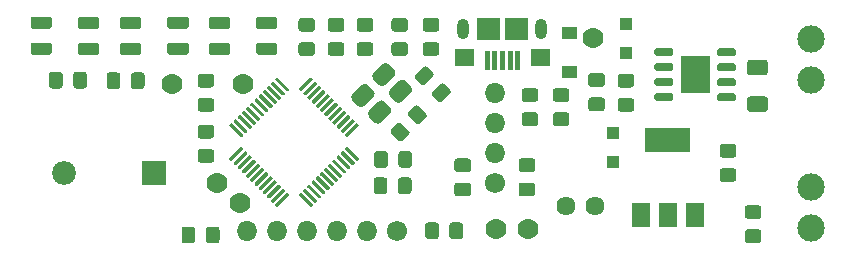
<source format=gts>
%TF.GenerationSoftware,KiCad,Pcbnew,(5.1.9)-1*%
%TF.CreationDate,2021-05-22T10:51:53+02:00*%
%TF.ProjectId,SPD_DC_MotorHBridge,5350445f-4443-45f4-9d6f-746f72484272,rev?*%
%TF.SameCoordinates,Original*%
%TF.FileFunction,Soldermask,Top*%
%TF.FilePolarity,Negative*%
%FSLAX46Y46*%
G04 Gerber Fmt 4.6, Leading zero omitted, Abs format (unit mm)*
G04 Created by KiCad (PCBNEW (5.1.9)-1) date 2021-05-22 10:51:53*
%MOMM*%
%LPD*%
G01*
G04 APERTURE LIST*
%ADD10C,2.318000*%
%ADD11O,1.718000X1.718000*%
%ADD12C,1.718000*%
%ADD13C,1.768000*%
%ADD14O,1.018000X1.718000*%
%ADD15C,1.618000*%
%ADD16C,2.018000*%
G04 APERTURE END LIST*
%TO.C,R2*%
G36*
G01*
X61154961Y-7114000D02*
X62416039Y-7114000D01*
G75*
G02*
X62669500Y-7367461I0J-253461D01*
G01*
X62669500Y-8178539D01*
G75*
G02*
X62416039Y-8432000I-253461J0D01*
G01*
X61154961Y-8432000D01*
G75*
G02*
X60901500Y-8178539I0J253461D01*
G01*
X60901500Y-7367461D01*
G75*
G02*
X61154961Y-7114000I253461J0D01*
G01*
G37*
G36*
G01*
X61154961Y-4014000D02*
X62416039Y-4014000D01*
G75*
G02*
X62669500Y-4267461I0J-253461D01*
G01*
X62669500Y-5078539D01*
G75*
G02*
X62416039Y-5332000I-253461J0D01*
G01*
X61154961Y-5332000D01*
G75*
G02*
X60901500Y-5078539I0J253461D01*
G01*
X60901500Y-4267461D01*
G75*
G02*
X61154961Y-4014000I253461J0D01*
G01*
G37*
%TD*%
%TO.C,U3*%
G36*
G01*
X55301000Y-6820500D02*
X55301000Y-3720500D01*
G75*
G02*
X55310000Y-3711500I9000J0D01*
G01*
X57720000Y-3711500D01*
G75*
G02*
X57729000Y-3720500I0J-9000D01*
G01*
X57729000Y-6820500D01*
G75*
G02*
X57720000Y-6829500I-9000J0D01*
G01*
X55310000Y-6829500D01*
G75*
G02*
X55301000Y-6820500I0J9000D01*
G01*
G37*
G36*
G01*
X58356000Y-3520000D02*
X58356000Y-3211000D01*
G75*
G02*
X58510500Y-3056500I154500J0D01*
G01*
X59819500Y-3056500D01*
G75*
G02*
X59974000Y-3211000I0J-154500D01*
G01*
X59974000Y-3520000D01*
G75*
G02*
X59819500Y-3674500I-154500J0D01*
G01*
X58510500Y-3674500D01*
G75*
G02*
X58356000Y-3520000I0J154500D01*
G01*
G37*
G36*
G01*
X58356000Y-4790000D02*
X58356000Y-4481000D01*
G75*
G02*
X58510500Y-4326500I154500J0D01*
G01*
X59819500Y-4326500D01*
G75*
G02*
X59974000Y-4481000I0J-154500D01*
G01*
X59974000Y-4790000D01*
G75*
G02*
X59819500Y-4944500I-154500J0D01*
G01*
X58510500Y-4944500D01*
G75*
G02*
X58356000Y-4790000I0J154500D01*
G01*
G37*
G36*
G01*
X58356000Y-6060000D02*
X58356000Y-5751000D01*
G75*
G02*
X58510500Y-5596500I154500J0D01*
G01*
X59819500Y-5596500D01*
G75*
G02*
X59974000Y-5751000I0J-154500D01*
G01*
X59974000Y-6060000D01*
G75*
G02*
X59819500Y-6214500I-154500J0D01*
G01*
X58510500Y-6214500D01*
G75*
G02*
X58356000Y-6060000I0J154500D01*
G01*
G37*
G36*
G01*
X58356000Y-7330000D02*
X58356000Y-7021000D01*
G75*
G02*
X58510500Y-6866500I154500J0D01*
G01*
X59819500Y-6866500D01*
G75*
G02*
X59974000Y-7021000I0J-154500D01*
G01*
X59974000Y-7330000D01*
G75*
G02*
X59819500Y-7484500I-154500J0D01*
G01*
X58510500Y-7484500D01*
G75*
G02*
X58356000Y-7330000I0J154500D01*
G01*
G37*
G36*
G01*
X53056000Y-7330000D02*
X53056000Y-7021000D01*
G75*
G02*
X53210500Y-6866500I154500J0D01*
G01*
X54519500Y-6866500D01*
G75*
G02*
X54674000Y-7021000I0J-154500D01*
G01*
X54674000Y-7330000D01*
G75*
G02*
X54519500Y-7484500I-154500J0D01*
G01*
X53210500Y-7484500D01*
G75*
G02*
X53056000Y-7330000I0J154500D01*
G01*
G37*
G36*
G01*
X53056000Y-6060000D02*
X53056000Y-5751000D01*
G75*
G02*
X53210500Y-5596500I154500J0D01*
G01*
X54519500Y-5596500D01*
G75*
G02*
X54674000Y-5751000I0J-154500D01*
G01*
X54674000Y-6060000D01*
G75*
G02*
X54519500Y-6214500I-154500J0D01*
G01*
X53210500Y-6214500D01*
G75*
G02*
X53056000Y-6060000I0J154500D01*
G01*
G37*
G36*
G01*
X53056000Y-4790000D02*
X53056000Y-4481000D01*
G75*
G02*
X53210500Y-4326500I154500J0D01*
G01*
X54519500Y-4326500D01*
G75*
G02*
X54674000Y-4481000I0J-154500D01*
G01*
X54674000Y-4790000D01*
G75*
G02*
X54519500Y-4944500I-154500J0D01*
G01*
X53210500Y-4944500D01*
G75*
G02*
X53056000Y-4790000I0J154500D01*
G01*
G37*
G36*
G01*
X53056000Y-3520000D02*
X53056000Y-3211000D01*
G75*
G02*
X53210500Y-3056500I154500J0D01*
G01*
X54519500Y-3056500D01*
G75*
G02*
X54674000Y-3211000I0J-154500D01*
G01*
X54674000Y-3520000D01*
G75*
G02*
X54519500Y-3674500I-154500J0D01*
G01*
X53210500Y-3674500D01*
G75*
G02*
X53056000Y-3520000I0J154500D01*
G01*
G37*
%TD*%
D10*
%TO.C,J1*%
X66294000Y-2215000D03*
X66294000Y-5715000D03*
%TD*%
%TO.C,Y1*%
G36*
G01*
X27988920Y-7928206D02*
X27487581Y-7426867D01*
G75*
G02*
X27487581Y-6925529I250669J250669D01*
G01*
X28271762Y-6141348D01*
G75*
G02*
X28773100Y-6141348I250669J-250669D01*
G01*
X29274439Y-6642687D01*
G75*
G02*
X29274439Y-7144025I-250669J-250669D01*
G01*
X28490258Y-7928206D01*
G75*
G02*
X27988920Y-7928206I-250669J250669D01*
G01*
G37*
G36*
G01*
X29756687Y-6160439D02*
X29255348Y-5659100D01*
G75*
G02*
X29255348Y-5157762I250669J250669D01*
G01*
X30039529Y-4373581D01*
G75*
G02*
X30540867Y-4373581I250669J-250669D01*
G01*
X31042206Y-4874920D01*
G75*
G02*
X31042206Y-5376258I-250669J-250669D01*
G01*
X30258025Y-6160439D01*
G75*
G02*
X29756687Y-6160439I-250669J250669D01*
G01*
G37*
G36*
G01*
X31170900Y-7574652D02*
X30669561Y-7073313D01*
G75*
G02*
X30669561Y-6571975I250669J250669D01*
G01*
X31453742Y-5787794D01*
G75*
G02*
X31955080Y-5787794I250669J-250669D01*
G01*
X32456419Y-6289133D01*
G75*
G02*
X32456419Y-6790471I-250669J-250669D01*
G01*
X31672238Y-7574652D01*
G75*
G02*
X31170900Y-7574652I-250669J250669D01*
G01*
G37*
G36*
G01*
X29403133Y-9342419D02*
X28901794Y-8841080D01*
G75*
G02*
X28901794Y-8339742I250669J250669D01*
G01*
X29685975Y-7555561D01*
G75*
G02*
X30187313Y-7555561I250669J-250669D01*
G01*
X30688652Y-8056900D01*
G75*
G02*
X30688652Y-8558238I-250669J-250669D01*
G01*
X29904471Y-9342419D01*
G75*
G02*
X29403133Y-9342419I-250669J250669D01*
G01*
G37*
%TD*%
D11*
%TO.C,J4*%
X18542000Y-18491200D03*
X21082000Y-18491200D03*
X23622000Y-18491200D03*
X26162000Y-18491200D03*
X28702000Y-18491200D03*
D12*
X31242000Y-18491200D03*
%TD*%
%TO.C,R12*%
G36*
G01*
X31951088Y-1641800D02*
X31040912Y-1641800D01*
G75*
G02*
X30787000Y-1387888I0J253912D01*
G01*
X30787000Y-727712D01*
G75*
G02*
X31040912Y-473800I253912J0D01*
G01*
X31951088Y-473800D01*
G75*
G02*
X32205000Y-727712I0J-253912D01*
G01*
X32205000Y-1387888D01*
G75*
G02*
X31951088Y-1641800I-253912J0D01*
G01*
G37*
G36*
G01*
X31951088Y-3691800D02*
X31040912Y-3691800D01*
G75*
G02*
X30787000Y-3437888I0J253912D01*
G01*
X30787000Y-2777712D01*
G75*
G02*
X31040912Y-2523800I253912J0D01*
G01*
X31951088Y-2523800D01*
G75*
G02*
X32205000Y-2777712I0J-253912D01*
G01*
X32205000Y-3437888D01*
G75*
G02*
X31951088Y-3691800I-253912J0D01*
G01*
G37*
%TD*%
%TO.C,D7*%
G36*
G01*
X34592688Y-1641800D02*
X33682512Y-1641800D01*
G75*
G02*
X33428600Y-1387888I0J253912D01*
G01*
X33428600Y-727712D01*
G75*
G02*
X33682512Y-473800I253912J0D01*
G01*
X34592688Y-473800D01*
G75*
G02*
X34846600Y-727712I0J-253912D01*
G01*
X34846600Y-1387888D01*
G75*
G02*
X34592688Y-1641800I-253912J0D01*
G01*
G37*
G36*
G01*
X34592688Y-3691800D02*
X33682512Y-3691800D01*
G75*
G02*
X33428600Y-3437888I0J253912D01*
G01*
X33428600Y-2777712D01*
G75*
G02*
X33682512Y-2523800I253912J0D01*
G01*
X34592688Y-2523800D01*
G75*
G02*
X34846600Y-2777712I0J-253912D01*
G01*
X34846600Y-3437888D01*
G75*
G02*
X34592688Y-3691800I-253912J0D01*
G01*
G37*
%TD*%
%TO.C,R15*%
G36*
G01*
X7839400Y-5336112D02*
X7839400Y-6246288D01*
G75*
G02*
X7585488Y-6500200I-253912J0D01*
G01*
X6925312Y-6500200D01*
G75*
G02*
X6671400Y-6246288I0J253912D01*
G01*
X6671400Y-5336112D01*
G75*
G02*
X6925312Y-5082200I253912J0D01*
G01*
X7585488Y-5082200D01*
G75*
G02*
X7839400Y-5336112I0J-253912D01*
G01*
G37*
G36*
G01*
X9889400Y-5336112D02*
X9889400Y-6246288D01*
G75*
G02*
X9635488Y-6500200I-253912J0D01*
G01*
X8975312Y-6500200D01*
G75*
G02*
X8721400Y-6246288I0J253912D01*
G01*
X8721400Y-5336112D01*
G75*
G02*
X8975312Y-5082200I253912J0D01*
G01*
X9635488Y-5082200D01*
G75*
G02*
X9889400Y-5336112I0J-253912D01*
G01*
G37*
%TD*%
%TO.C,D6*%
G36*
G01*
X3844600Y-6195488D02*
X3844600Y-5285312D01*
G75*
G02*
X4098512Y-5031400I253912J0D01*
G01*
X4758688Y-5031400D01*
G75*
G02*
X5012600Y-5285312I0J-253912D01*
G01*
X5012600Y-6195488D01*
G75*
G02*
X4758688Y-6449400I-253912J0D01*
G01*
X4098512Y-6449400D01*
G75*
G02*
X3844600Y-6195488I0J253912D01*
G01*
G37*
G36*
G01*
X1794600Y-6195488D02*
X1794600Y-5285312D01*
G75*
G02*
X2048512Y-5031400I253912J0D01*
G01*
X2708688Y-5031400D01*
G75*
G02*
X2962600Y-5285312I0J-253912D01*
G01*
X2962600Y-6195488D01*
G75*
G02*
X2708688Y-6449400I-253912J0D01*
G01*
X2048512Y-6449400D01*
G75*
G02*
X1794600Y-6195488I0J253912D01*
G01*
G37*
%TD*%
D13*
%TO.C,VM1*%
X12242800Y-6096000D03*
%TD*%
%TO.C,T1*%
X16052800Y-14427200D03*
%TD*%
%TO.C,T0*%
X17983200Y-16154400D03*
%TD*%
%TO.C,MP3*%
X42367200Y-18338800D03*
%TD*%
%TO.C,MP2*%
X39624000Y-18351500D03*
%TD*%
%TO.C,IM1*%
X18186400Y-6096000D03*
%TD*%
%TO.C,FB1*%
G36*
G01*
X23166912Y-2523800D02*
X24077088Y-2523800D01*
G75*
G02*
X24331000Y-2777712I0J-253912D01*
G01*
X24331000Y-3437888D01*
G75*
G02*
X24077088Y-3691800I-253912J0D01*
G01*
X23166912Y-3691800D01*
G75*
G02*
X22913000Y-3437888I0J253912D01*
G01*
X22913000Y-2777712D01*
G75*
G02*
X23166912Y-2523800I253912J0D01*
G01*
G37*
G36*
G01*
X23166912Y-473800D02*
X24077088Y-473800D01*
G75*
G02*
X24331000Y-727712I0J-253912D01*
G01*
X24331000Y-1387888D01*
G75*
G02*
X24077088Y-1641800I-253912J0D01*
G01*
X23166912Y-1641800D01*
G75*
G02*
X22913000Y-1387888I0J253912D01*
G01*
X22913000Y-727712D01*
G75*
G02*
X23166912Y-473800I253912J0D01*
G01*
G37*
%TD*%
%TO.C,R14*%
G36*
G01*
X42974688Y-7585400D02*
X42064512Y-7585400D01*
G75*
G02*
X41810600Y-7331488I0J253912D01*
G01*
X41810600Y-6671312D01*
G75*
G02*
X42064512Y-6417400I253912J0D01*
G01*
X42974688Y-6417400D01*
G75*
G02*
X43228600Y-6671312I0J-253912D01*
G01*
X43228600Y-7331488D01*
G75*
G02*
X42974688Y-7585400I-253912J0D01*
G01*
G37*
G36*
G01*
X42974688Y-9635400D02*
X42064512Y-9635400D01*
G75*
G02*
X41810600Y-9381488I0J253912D01*
G01*
X41810600Y-8721312D01*
G75*
G02*
X42064512Y-8467400I253912J0D01*
G01*
X42974688Y-8467400D01*
G75*
G02*
X43228600Y-8721312I0J-253912D01*
G01*
X43228600Y-9381488D01*
G75*
G02*
X42974688Y-9635400I-253912J0D01*
G01*
G37*
%TD*%
%TO.C,R13*%
G36*
G01*
X45616288Y-7585400D02*
X44706112Y-7585400D01*
G75*
G02*
X44452200Y-7331488I0J253912D01*
G01*
X44452200Y-6671312D01*
G75*
G02*
X44706112Y-6417400I253912J0D01*
G01*
X45616288Y-6417400D01*
G75*
G02*
X45870200Y-6671312I0J-253912D01*
G01*
X45870200Y-7331488D01*
G75*
G02*
X45616288Y-7585400I-253912J0D01*
G01*
G37*
G36*
G01*
X45616288Y-9635400D02*
X44706112Y-9635400D01*
G75*
G02*
X44452200Y-9381488I0J253912D01*
G01*
X44452200Y-8721312D01*
G75*
G02*
X44706112Y-8467400I253912J0D01*
G01*
X45616288Y-8467400D01*
G75*
G02*
X45870200Y-8721312I0J-253912D01*
G01*
X45870200Y-9381488D01*
G75*
G02*
X45616288Y-9635400I-253912J0D01*
G01*
G37*
%TD*%
%TO.C,R9*%
G36*
G01*
X42720688Y-13529000D02*
X41810512Y-13529000D01*
G75*
G02*
X41556600Y-13275088I0J253912D01*
G01*
X41556600Y-12614912D01*
G75*
G02*
X41810512Y-12361000I253912J0D01*
G01*
X42720688Y-12361000D01*
G75*
G02*
X42974600Y-12614912I0J-253912D01*
G01*
X42974600Y-13275088D01*
G75*
G02*
X42720688Y-13529000I-253912J0D01*
G01*
G37*
G36*
G01*
X42720688Y-15579000D02*
X41810512Y-15579000D01*
G75*
G02*
X41556600Y-15325088I0J253912D01*
G01*
X41556600Y-14664912D01*
G75*
G02*
X41810512Y-14411000I253912J0D01*
G01*
X42720688Y-14411000D01*
G75*
G02*
X42974600Y-14664912I0J-253912D01*
G01*
X42974600Y-15325088D01*
G75*
G02*
X42720688Y-15579000I-253912J0D01*
G01*
G37*
%TD*%
%TO.C,R8*%
G36*
G01*
X37285088Y-13529000D02*
X36374912Y-13529000D01*
G75*
G02*
X36121000Y-13275088I0J253912D01*
G01*
X36121000Y-12614912D01*
G75*
G02*
X36374912Y-12361000I253912J0D01*
G01*
X37285088Y-12361000D01*
G75*
G02*
X37539000Y-12614912I0J-253912D01*
G01*
X37539000Y-13275088D01*
G75*
G02*
X37285088Y-13529000I-253912J0D01*
G01*
G37*
G36*
G01*
X37285088Y-15579000D02*
X36374912Y-15579000D01*
G75*
G02*
X36121000Y-15325088I0J253912D01*
G01*
X36121000Y-14664912D01*
G75*
G02*
X36374912Y-14411000I253912J0D01*
G01*
X37285088Y-14411000D01*
G75*
G02*
X37539000Y-14664912I0J-253912D01*
G01*
X37539000Y-15325088D01*
G75*
G02*
X37285088Y-15579000I-253912J0D01*
G01*
G37*
%TD*%
%TO.C,R7*%
G36*
G01*
X31327400Y-15136288D02*
X31327400Y-14226112D01*
G75*
G02*
X31581312Y-13972200I253912J0D01*
G01*
X32241488Y-13972200D01*
G75*
G02*
X32495400Y-14226112I0J-253912D01*
G01*
X32495400Y-15136288D01*
G75*
G02*
X32241488Y-15390200I-253912J0D01*
G01*
X31581312Y-15390200D01*
G75*
G02*
X31327400Y-15136288I0J253912D01*
G01*
G37*
G36*
G01*
X29277400Y-15136288D02*
X29277400Y-14226112D01*
G75*
G02*
X29531312Y-13972200I253912J0D01*
G01*
X30191488Y-13972200D01*
G75*
G02*
X30445400Y-14226112I0J-253912D01*
G01*
X30445400Y-15136288D01*
G75*
G02*
X30191488Y-15390200I-253912J0D01*
G01*
X29531312Y-15390200D01*
G75*
G02*
X29277400Y-15136288I0J253912D01*
G01*
G37*
%TD*%
%TO.C,R6*%
G36*
G01*
X14632512Y-11566200D02*
X15542688Y-11566200D01*
G75*
G02*
X15796600Y-11820112I0J-253912D01*
G01*
X15796600Y-12480288D01*
G75*
G02*
X15542688Y-12734200I-253912J0D01*
G01*
X14632512Y-12734200D01*
G75*
G02*
X14378600Y-12480288I0J253912D01*
G01*
X14378600Y-11820112D01*
G75*
G02*
X14632512Y-11566200I253912J0D01*
G01*
G37*
G36*
G01*
X14632512Y-9516200D02*
X15542688Y-9516200D01*
G75*
G02*
X15796600Y-9770112I0J-253912D01*
G01*
X15796600Y-10430288D01*
G75*
G02*
X15542688Y-10684200I-253912J0D01*
G01*
X14632512Y-10684200D01*
G75*
G02*
X14378600Y-10430288I0J253912D01*
G01*
X14378600Y-9770112D01*
G75*
G02*
X14632512Y-9516200I253912J0D01*
G01*
G37*
%TD*%
%TO.C,R5*%
G36*
G01*
X51102688Y-6366200D02*
X50192512Y-6366200D01*
G75*
G02*
X49938600Y-6112288I0J253912D01*
G01*
X49938600Y-5452112D01*
G75*
G02*
X50192512Y-5198200I253912J0D01*
G01*
X51102688Y-5198200D01*
G75*
G02*
X51356600Y-5452112I0J-253912D01*
G01*
X51356600Y-6112288D01*
G75*
G02*
X51102688Y-6366200I-253912J0D01*
G01*
G37*
G36*
G01*
X51102688Y-8416200D02*
X50192512Y-8416200D01*
G75*
G02*
X49938600Y-8162288I0J253912D01*
G01*
X49938600Y-7502112D01*
G75*
G02*
X50192512Y-7248200I253912J0D01*
G01*
X51102688Y-7248200D01*
G75*
G02*
X51356600Y-7502112I0J-253912D01*
G01*
X51356600Y-8162288D01*
G75*
G02*
X51102688Y-8416200I-253912J0D01*
G01*
G37*
%TD*%
%TO.C,R4*%
G36*
G01*
X47703312Y-7197400D02*
X48613488Y-7197400D01*
G75*
G02*
X48867400Y-7451312I0J-253912D01*
G01*
X48867400Y-8111488D01*
G75*
G02*
X48613488Y-8365400I-253912J0D01*
G01*
X47703312Y-8365400D01*
G75*
G02*
X47449400Y-8111488I0J253912D01*
G01*
X47449400Y-7451312D01*
G75*
G02*
X47703312Y-7197400I253912J0D01*
G01*
G37*
G36*
G01*
X47703312Y-5147400D02*
X48613488Y-5147400D01*
G75*
G02*
X48867400Y-5401312I0J-253912D01*
G01*
X48867400Y-6061488D01*
G75*
G02*
X48613488Y-6315400I-253912J0D01*
G01*
X47703312Y-6315400D01*
G75*
G02*
X47449400Y-6061488I0J253912D01*
G01*
X47449400Y-5401312D01*
G75*
G02*
X47703312Y-5147400I253912J0D01*
G01*
G37*
%TD*%
%TO.C,C11*%
G36*
G01*
X25656112Y-2523800D02*
X26566288Y-2523800D01*
G75*
G02*
X26820200Y-2777712I0J-253912D01*
G01*
X26820200Y-3437888D01*
G75*
G02*
X26566288Y-3691800I-253912J0D01*
G01*
X25656112Y-3691800D01*
G75*
G02*
X25402200Y-3437888I0J253912D01*
G01*
X25402200Y-2777712D01*
G75*
G02*
X25656112Y-2523800I253912J0D01*
G01*
G37*
G36*
G01*
X25656112Y-473800D02*
X26566288Y-473800D01*
G75*
G02*
X26820200Y-727712I0J-253912D01*
G01*
X26820200Y-1387888D01*
G75*
G02*
X26566288Y-1641800I-253912J0D01*
G01*
X25656112Y-1641800D01*
G75*
G02*
X25402200Y-1387888I0J253912D01*
G01*
X25402200Y-727712D01*
G75*
G02*
X25656112Y-473800I253912J0D01*
G01*
G37*
%TD*%
%TO.C,C10*%
G36*
G01*
X28094512Y-2523800D02*
X29004688Y-2523800D01*
G75*
G02*
X29258600Y-2777712I0J-253912D01*
G01*
X29258600Y-3437888D01*
G75*
G02*
X29004688Y-3691800I-253912J0D01*
G01*
X28094512Y-3691800D01*
G75*
G02*
X27840600Y-3437888I0J253912D01*
G01*
X27840600Y-2777712D01*
G75*
G02*
X28094512Y-2523800I253912J0D01*
G01*
G37*
G36*
G01*
X28094512Y-473800D02*
X29004688Y-473800D01*
G75*
G02*
X29258600Y-727712I0J-253912D01*
G01*
X29258600Y-1387888D01*
G75*
G02*
X29004688Y-1641800I-253912J0D01*
G01*
X28094512Y-1641800D01*
G75*
G02*
X27840600Y-1387888I0J253912D01*
G01*
X27840600Y-727712D01*
G75*
G02*
X28094512Y-473800I253912J0D01*
G01*
G37*
%TD*%
%TO.C,C9*%
G36*
G01*
X31378200Y-12901088D02*
X31378200Y-11990912D01*
G75*
G02*
X31632112Y-11737000I253912J0D01*
G01*
X32292288Y-11737000D01*
G75*
G02*
X32546200Y-11990912I0J-253912D01*
G01*
X32546200Y-12901088D01*
G75*
G02*
X32292288Y-13155000I-253912J0D01*
G01*
X31632112Y-13155000D01*
G75*
G02*
X31378200Y-12901088I0J253912D01*
G01*
G37*
G36*
G01*
X29328200Y-12901088D02*
X29328200Y-11990912D01*
G75*
G02*
X29582112Y-11737000I253912J0D01*
G01*
X30242288Y-11737000D01*
G75*
G02*
X30496200Y-11990912I0J-253912D01*
G01*
X30496200Y-12901088D01*
G75*
G02*
X30242288Y-13155000I-253912J0D01*
G01*
X29582112Y-13155000D01*
G75*
G02*
X29328200Y-12901088I0J253912D01*
G01*
G37*
%TD*%
%TO.C,C8*%
G36*
G01*
X15542688Y-6366200D02*
X14632512Y-6366200D01*
G75*
G02*
X14378600Y-6112288I0J253912D01*
G01*
X14378600Y-5452112D01*
G75*
G02*
X14632512Y-5198200I253912J0D01*
G01*
X15542688Y-5198200D01*
G75*
G02*
X15796600Y-5452112I0J-253912D01*
G01*
X15796600Y-6112288D01*
G75*
G02*
X15542688Y-6366200I-253912J0D01*
G01*
G37*
G36*
G01*
X15542688Y-8416200D02*
X14632512Y-8416200D01*
G75*
G02*
X14378600Y-8162288I0J253912D01*
G01*
X14378600Y-7502112D01*
G75*
G02*
X14632512Y-7248200I253912J0D01*
G01*
X15542688Y-7248200D01*
G75*
G02*
X15796600Y-7502112I0J-253912D01*
G01*
X15796600Y-8162288D01*
G75*
G02*
X15542688Y-8416200I-253912J0D01*
G01*
G37*
%TD*%
%TO.C,C7*%
G36*
G01*
X58828512Y-13191800D02*
X59738688Y-13191800D01*
G75*
G02*
X59992600Y-13445712I0J-253912D01*
G01*
X59992600Y-14105888D01*
G75*
G02*
X59738688Y-14359800I-253912J0D01*
G01*
X58828512Y-14359800D01*
G75*
G02*
X58574600Y-14105888I0J253912D01*
G01*
X58574600Y-13445712D01*
G75*
G02*
X58828512Y-13191800I253912J0D01*
G01*
G37*
G36*
G01*
X58828512Y-11141800D02*
X59738688Y-11141800D01*
G75*
G02*
X59992600Y-11395712I0J-253912D01*
G01*
X59992600Y-12055888D01*
G75*
G02*
X59738688Y-12309800I-253912J0D01*
G01*
X58828512Y-12309800D01*
G75*
G02*
X58574600Y-12055888I0J253912D01*
G01*
X58574600Y-11395712D01*
G75*
G02*
X58828512Y-11141800I253912J0D01*
G01*
G37*
%TD*%
%TO.C,C6*%
G36*
G01*
X35696200Y-18946288D02*
X35696200Y-18036112D01*
G75*
G02*
X35950112Y-17782200I253912J0D01*
G01*
X36610288Y-17782200D01*
G75*
G02*
X36864200Y-18036112I0J-253912D01*
G01*
X36864200Y-18946288D01*
G75*
G02*
X36610288Y-19200200I-253912J0D01*
G01*
X35950112Y-19200200D01*
G75*
G02*
X35696200Y-18946288I0J253912D01*
G01*
G37*
G36*
G01*
X33646200Y-18946288D02*
X33646200Y-18036112D01*
G75*
G02*
X33900112Y-17782200I253912J0D01*
G01*
X34560288Y-17782200D01*
G75*
G02*
X34814200Y-18036112I0J-253912D01*
G01*
X34814200Y-18946288D01*
G75*
G02*
X34560288Y-19200200I-253912J0D01*
G01*
X33900112Y-19200200D01*
G75*
G02*
X33646200Y-18946288I0J253912D01*
G01*
G37*
%TD*%
%TO.C,C5*%
G36*
G01*
X61872288Y-17491400D02*
X60962112Y-17491400D01*
G75*
G02*
X60708200Y-17237488I0J253912D01*
G01*
X60708200Y-16577312D01*
G75*
G02*
X60962112Y-16323400I253912J0D01*
G01*
X61872288Y-16323400D01*
G75*
G02*
X62126200Y-16577312I0J-253912D01*
G01*
X62126200Y-17237488D01*
G75*
G02*
X61872288Y-17491400I-253912J0D01*
G01*
G37*
G36*
G01*
X61872288Y-19541400D02*
X60962112Y-19541400D01*
G75*
G02*
X60708200Y-19287488I0J253912D01*
G01*
X60708200Y-18627312D01*
G75*
G02*
X60962112Y-18373400I253912J0D01*
G01*
X61872288Y-18373400D01*
G75*
G02*
X62126200Y-18627312I0J-253912D01*
G01*
X62126200Y-19287488D01*
G75*
G02*
X61872288Y-19541400I-253912J0D01*
G01*
G37*
%TD*%
%TO.C,C4*%
G36*
G01*
X14189400Y-18391712D02*
X14189400Y-19301888D01*
G75*
G02*
X13935488Y-19555800I-253912J0D01*
G01*
X13275312Y-19555800D01*
G75*
G02*
X13021400Y-19301888I0J253912D01*
G01*
X13021400Y-18391712D01*
G75*
G02*
X13275312Y-18137800I253912J0D01*
G01*
X13935488Y-18137800D01*
G75*
G02*
X14189400Y-18391712I0J-253912D01*
G01*
G37*
G36*
G01*
X16239400Y-18391712D02*
X16239400Y-19301888D01*
G75*
G02*
X15985488Y-19555800I-253912J0D01*
G01*
X15325312Y-19555800D01*
G75*
G02*
X15071400Y-19301888I0J253912D01*
G01*
X15071400Y-18391712D01*
G75*
G02*
X15325312Y-18137800I253912J0D01*
G01*
X15985488Y-18137800D01*
G75*
G02*
X16239400Y-18391712I0J-253912D01*
G01*
G37*
%TD*%
%TO.C,C2*%
G36*
G01*
X34280038Y-6729629D02*
X34923629Y-6086038D01*
G75*
G02*
X35282715Y-6086038I179543J-179543D01*
G01*
X35749530Y-6552853D01*
G75*
G02*
X35749530Y-6911939I-179543J-179543D01*
G01*
X35105939Y-7555530D01*
G75*
G02*
X34746853Y-7555530I-179543J179543D01*
G01*
X34280038Y-7088715D01*
G75*
G02*
X34280038Y-6729629I179543J179543D01*
G01*
G37*
G36*
G01*
X32830470Y-5280061D02*
X33474061Y-4636470D01*
G75*
G02*
X33833147Y-4636470I179543J-179543D01*
G01*
X34299962Y-5103285D01*
G75*
G02*
X34299962Y-5462371I-179543J-179543D01*
G01*
X33656371Y-6105962D01*
G75*
G02*
X33297285Y-6105962I-179543J179543D01*
G01*
X32830470Y-5639147D01*
G75*
G02*
X32830470Y-5280061I179543J179543D01*
G01*
G37*
%TD*%
%TO.C,C1*%
G36*
G01*
X32891629Y-9407962D02*
X32248038Y-8764371D01*
G75*
G02*
X32248038Y-8405285I179543J179543D01*
G01*
X32714853Y-7938470D01*
G75*
G02*
X33073939Y-7938470I179543J-179543D01*
G01*
X33717530Y-8582061D01*
G75*
G02*
X33717530Y-8941147I-179543J-179543D01*
G01*
X33250715Y-9407962D01*
G75*
G02*
X32891629Y-9407962I-179543J179543D01*
G01*
G37*
G36*
G01*
X31442061Y-10857530D02*
X30798470Y-10213939D01*
G75*
G02*
X30798470Y-9854853I179543J179543D01*
G01*
X31265285Y-9388038D01*
G75*
G02*
X31624371Y-9388038I179543J-179543D01*
G01*
X32267962Y-10031629D01*
G75*
G02*
X32267962Y-10390715I-179543J-179543D01*
G01*
X31801147Y-10857530D01*
G75*
G02*
X31442061Y-10857530I-179543J179543D01*
G01*
G37*
%TD*%
%TO.C,SW3*%
G36*
G01*
X2058600Y-512200D02*
X2058600Y-1224800D01*
G75*
G02*
X1905900Y-1377500I-152700J0D01*
G01*
X393300Y-1377500D01*
G75*
G02*
X240600Y-1224800I0J152700D01*
G01*
X240600Y-512200D01*
G75*
G02*
X393300Y-359500I152700J0D01*
G01*
X1905900Y-359500D01*
G75*
G02*
X2058600Y-512200I0J-152700D01*
G01*
G37*
G36*
G01*
X6058600Y-512200D02*
X6058600Y-1224800D01*
G75*
G02*
X5905900Y-1377500I-152700J0D01*
G01*
X4393300Y-1377500D01*
G75*
G02*
X4240600Y-1224800I0J152700D01*
G01*
X4240600Y-512200D01*
G75*
G02*
X4393300Y-359500I152700J0D01*
G01*
X5905900Y-359500D01*
G75*
G02*
X6058600Y-512200I0J-152700D01*
G01*
G37*
G36*
G01*
X2058600Y-2712200D02*
X2058600Y-3424800D01*
G75*
G02*
X1905900Y-3577500I-152700J0D01*
G01*
X393300Y-3577500D01*
G75*
G02*
X240600Y-3424800I0J152700D01*
G01*
X240600Y-2712200D01*
G75*
G02*
X393300Y-2559500I152700J0D01*
G01*
X1905900Y-2559500D01*
G75*
G02*
X2058600Y-2712200I0J-152700D01*
G01*
G37*
G36*
G01*
X6058600Y-2712200D02*
X6058600Y-3424800D01*
G75*
G02*
X5905900Y-3577500I-152700J0D01*
G01*
X4393300Y-3577500D01*
G75*
G02*
X4240600Y-3424800I0J152700D01*
G01*
X4240600Y-2712200D01*
G75*
G02*
X4393300Y-2559500I152700J0D01*
G01*
X5905900Y-2559500D01*
G75*
G02*
X6058600Y-2712200I0J-152700D01*
G01*
G37*
%TD*%
%TO.C,SW2*%
G36*
G01*
X9627800Y-524900D02*
X9627800Y-1237500D01*
G75*
G02*
X9475100Y-1390200I-152700J0D01*
G01*
X7962500Y-1390200D01*
G75*
G02*
X7809800Y-1237500I0J152700D01*
G01*
X7809800Y-524900D01*
G75*
G02*
X7962500Y-372200I152700J0D01*
G01*
X9475100Y-372200D01*
G75*
G02*
X9627800Y-524900I0J-152700D01*
G01*
G37*
G36*
G01*
X13627800Y-524900D02*
X13627800Y-1237500D01*
G75*
G02*
X13475100Y-1390200I-152700J0D01*
G01*
X11962500Y-1390200D01*
G75*
G02*
X11809800Y-1237500I0J152700D01*
G01*
X11809800Y-524900D01*
G75*
G02*
X11962500Y-372200I152700J0D01*
G01*
X13475100Y-372200D01*
G75*
G02*
X13627800Y-524900I0J-152700D01*
G01*
G37*
G36*
G01*
X9627800Y-2724900D02*
X9627800Y-3437500D01*
G75*
G02*
X9475100Y-3590200I-152700J0D01*
G01*
X7962500Y-3590200D01*
G75*
G02*
X7809800Y-3437500I0J152700D01*
G01*
X7809800Y-2724900D01*
G75*
G02*
X7962500Y-2572200I152700J0D01*
G01*
X9475100Y-2572200D01*
G75*
G02*
X9627800Y-2724900I0J-152700D01*
G01*
G37*
G36*
G01*
X13627800Y-2724900D02*
X13627800Y-3437500D01*
G75*
G02*
X13475100Y-3590200I-152700J0D01*
G01*
X11962500Y-3590200D01*
G75*
G02*
X11809800Y-3437500I0J152700D01*
G01*
X11809800Y-2724900D01*
G75*
G02*
X11962500Y-2572200I152700J0D01*
G01*
X13475100Y-2572200D01*
G75*
G02*
X13627800Y-2724900I0J-152700D01*
G01*
G37*
%TD*%
%TO.C,SW1*%
G36*
G01*
X17146200Y-524900D02*
X17146200Y-1237500D01*
G75*
G02*
X16993500Y-1390200I-152700J0D01*
G01*
X15480900Y-1390200D01*
G75*
G02*
X15328200Y-1237500I0J152700D01*
G01*
X15328200Y-524900D01*
G75*
G02*
X15480900Y-372200I152700J0D01*
G01*
X16993500Y-372200D01*
G75*
G02*
X17146200Y-524900I0J-152700D01*
G01*
G37*
G36*
G01*
X21146200Y-524900D02*
X21146200Y-1237500D01*
G75*
G02*
X20993500Y-1390200I-152700J0D01*
G01*
X19480900Y-1390200D01*
G75*
G02*
X19328200Y-1237500I0J152700D01*
G01*
X19328200Y-524900D01*
G75*
G02*
X19480900Y-372200I152700J0D01*
G01*
X20993500Y-372200D01*
G75*
G02*
X21146200Y-524900I0J-152700D01*
G01*
G37*
G36*
G01*
X17146200Y-2724900D02*
X17146200Y-3437500D01*
G75*
G02*
X16993500Y-3590200I-152700J0D01*
G01*
X15480900Y-3590200D01*
G75*
G02*
X15328200Y-3437500I0J152700D01*
G01*
X15328200Y-2724900D01*
G75*
G02*
X15480900Y-2572200I152700J0D01*
G01*
X16993500Y-2572200D01*
G75*
G02*
X17146200Y-2724900I0J-152700D01*
G01*
G37*
G36*
G01*
X21146200Y-2724900D02*
X21146200Y-3437500D01*
G75*
G02*
X20993500Y-3590200I-152700J0D01*
G01*
X19480900Y-3590200D01*
G75*
G02*
X19328200Y-3437500I0J152700D01*
G01*
X19328200Y-2724900D01*
G75*
G02*
X19480900Y-2572200I152700J0D01*
G01*
X20993500Y-2572200D01*
G75*
G02*
X21146200Y-2724900I0J-152700D01*
G01*
G37*
%TD*%
%TO.C,D4*%
G36*
G01*
X50030000Y-10689000D02*
X49030000Y-10689000D01*
G75*
G02*
X49021000Y-10680000I0J9000D01*
G01*
X49021000Y-9680000D01*
G75*
G02*
X49030000Y-9671000I9000J0D01*
G01*
X50030000Y-9671000D01*
G75*
G02*
X50039000Y-9680000I0J-9000D01*
G01*
X50039000Y-10680000D01*
G75*
G02*
X50030000Y-10689000I-9000J0D01*
G01*
G37*
G36*
G01*
X50030000Y-13189000D02*
X49030000Y-13189000D01*
G75*
G02*
X49021000Y-13180000I0J9000D01*
G01*
X49021000Y-12180000D01*
G75*
G02*
X49030000Y-12171000I9000J0D01*
G01*
X50030000Y-12171000D01*
G75*
G02*
X50039000Y-12180000I0J-9000D01*
G01*
X50039000Y-13180000D01*
G75*
G02*
X50030000Y-13189000I-9000J0D01*
G01*
G37*
%TD*%
%TO.C,D2*%
G36*
G01*
X50173000Y-2963500D02*
X51173000Y-2963500D01*
G75*
G02*
X51182000Y-2972500I0J-9000D01*
G01*
X51182000Y-3972500D01*
G75*
G02*
X51173000Y-3981500I-9000J0D01*
G01*
X50173000Y-3981500D01*
G75*
G02*
X50164000Y-3972500I0J9000D01*
G01*
X50164000Y-2972500D01*
G75*
G02*
X50173000Y-2963500I9000J0D01*
G01*
G37*
G36*
G01*
X50173000Y-463500D02*
X51173000Y-463500D01*
G75*
G02*
X51182000Y-472500I0J-9000D01*
G01*
X51182000Y-1472500D01*
G75*
G02*
X51173000Y-1481500I-9000J0D01*
G01*
X50173000Y-1481500D01*
G75*
G02*
X50164000Y-1472500I0J9000D01*
G01*
X50164000Y-472500D01*
G75*
G02*
X50173000Y-463500I9000J0D01*
G01*
G37*
%TD*%
%TO.C,MP1*%
X47853600Y-2184400D03*
%TD*%
%TO.C,D5*%
G36*
G01*
X45272400Y-4544600D02*
X46472400Y-4544600D01*
G75*
G02*
X46481400Y-4553600I0J-9000D01*
G01*
X46481400Y-5553600D01*
G75*
G02*
X46472400Y-5562600I-9000J0D01*
G01*
X45272400Y-5562600D01*
G75*
G02*
X45263400Y-5553600I0J9000D01*
G01*
X45263400Y-4553600D01*
G75*
G02*
X45272400Y-4544600I9000J0D01*
G01*
G37*
G36*
G01*
X45272400Y-1244600D02*
X46472400Y-1244600D01*
G75*
G02*
X46481400Y-1253600I0J-9000D01*
G01*
X46481400Y-2253600D01*
G75*
G02*
X46472400Y-2262600I-9000J0D01*
G01*
X45272400Y-2262600D01*
G75*
G02*
X45263400Y-2253600I0J9000D01*
G01*
X45263400Y-1253600D01*
G75*
G02*
X45272400Y-1244600I9000J0D01*
G01*
G37*
%TD*%
%TO.C,J5*%
G36*
G01*
X38043500Y-438000D02*
X39943500Y-438000D01*
G75*
G02*
X39952500Y-447000I0J-9000D01*
G01*
X39952500Y-2347000D01*
G75*
G02*
X39943500Y-2356000I-9000J0D01*
G01*
X38043500Y-2356000D01*
G75*
G02*
X38034500Y-2347000I0J9000D01*
G01*
X38034500Y-447000D01*
G75*
G02*
X38043500Y-438000I9000J0D01*
G01*
G37*
G36*
G01*
X40443500Y-438000D02*
X42343500Y-438000D01*
G75*
G02*
X42352500Y-447000I0J-9000D01*
G01*
X42352500Y-2347000D01*
G75*
G02*
X42343500Y-2356000I-9000J0D01*
G01*
X40443500Y-2356000D01*
G75*
G02*
X40434500Y-2347000I0J9000D01*
G01*
X40434500Y-447000D01*
G75*
G02*
X40443500Y-438000I9000J0D01*
G01*
G37*
D14*
X36893500Y-1397000D03*
X43493500Y-1397000D03*
G36*
G01*
X38693500Y-3238000D02*
X39093500Y-3238000D01*
G75*
G02*
X39102500Y-3247000I0J-9000D01*
G01*
X39102500Y-4897000D01*
G75*
G02*
X39093500Y-4906000I-9000J0D01*
G01*
X38693500Y-4906000D01*
G75*
G02*
X38684500Y-4897000I0J9000D01*
G01*
X38684500Y-3247000D01*
G75*
G02*
X38693500Y-3238000I9000J0D01*
G01*
G37*
G36*
G01*
X39343500Y-3238000D02*
X39743500Y-3238000D01*
G75*
G02*
X39752500Y-3247000I0J-9000D01*
G01*
X39752500Y-4897000D01*
G75*
G02*
X39743500Y-4906000I-9000J0D01*
G01*
X39343500Y-4906000D01*
G75*
G02*
X39334500Y-4897000I0J9000D01*
G01*
X39334500Y-3247000D01*
G75*
G02*
X39343500Y-3238000I9000J0D01*
G01*
G37*
G36*
G01*
X39993500Y-3238000D02*
X40393500Y-3238000D01*
G75*
G02*
X40402500Y-3247000I0J-9000D01*
G01*
X40402500Y-4897000D01*
G75*
G02*
X40393500Y-4906000I-9000J0D01*
G01*
X39993500Y-4906000D01*
G75*
G02*
X39984500Y-4897000I0J9000D01*
G01*
X39984500Y-3247000D01*
G75*
G02*
X39993500Y-3238000I9000J0D01*
G01*
G37*
G36*
G01*
X40643500Y-3238000D02*
X41043500Y-3238000D01*
G75*
G02*
X41052500Y-3247000I0J-9000D01*
G01*
X41052500Y-4897000D01*
G75*
G02*
X41043500Y-4906000I-9000J0D01*
G01*
X40643500Y-4906000D01*
G75*
G02*
X40634500Y-4897000I0J9000D01*
G01*
X40634500Y-3247000D01*
G75*
G02*
X40643500Y-3238000I9000J0D01*
G01*
G37*
G36*
G01*
X41293500Y-3238000D02*
X41693500Y-3238000D01*
G75*
G02*
X41702500Y-3247000I0J-9000D01*
G01*
X41702500Y-4897000D01*
G75*
G02*
X41693500Y-4906000I-9000J0D01*
G01*
X41293500Y-4906000D01*
G75*
G02*
X41284500Y-4897000I0J9000D01*
G01*
X41284500Y-3247000D01*
G75*
G02*
X41293500Y-3238000I9000J0D01*
G01*
G37*
G36*
G01*
X37802500Y-3147000D02*
X37802500Y-4547000D01*
G75*
G02*
X37793500Y-4556000I-9000J0D01*
G01*
X36193500Y-4556000D01*
G75*
G02*
X36184500Y-4547000I0J9000D01*
G01*
X36184500Y-3147000D01*
G75*
G02*
X36193500Y-3138000I9000J0D01*
G01*
X37793500Y-3138000D01*
G75*
G02*
X37802500Y-3147000I0J-9000D01*
G01*
G37*
G36*
G01*
X44202500Y-3147000D02*
X44202500Y-4547000D01*
G75*
G02*
X44193500Y-4556000I-9000J0D01*
G01*
X42593500Y-4556000D01*
G75*
G02*
X42584500Y-4547000I0J9000D01*
G01*
X42584500Y-3147000D01*
G75*
G02*
X42593500Y-3138000I9000J0D01*
G01*
X44193500Y-3138000D01*
G75*
G02*
X44202500Y-3147000I0J-9000D01*
G01*
G37*
%TD*%
%TO.C,U2*%
G36*
G01*
X27083866Y-11400218D02*
X28027146Y-12343498D01*
G75*
G02*
X28027146Y-12455928I-56215J-56215D01*
G01*
X27914716Y-12568358D01*
G75*
G02*
X27802286Y-12568358I-56215J56215D01*
G01*
X26859006Y-11625078D01*
G75*
G02*
X26859006Y-11512648I56215J56215D01*
G01*
X26971436Y-11400218D01*
G75*
G02*
X27083866Y-11400218I56215J-56215D01*
G01*
G37*
G36*
G01*
X26730312Y-11753772D02*
X27673592Y-12697052D01*
G75*
G02*
X27673592Y-12809482I-56215J-56215D01*
G01*
X27561162Y-12921912D01*
G75*
G02*
X27448732Y-12921912I-56215J56215D01*
G01*
X26505452Y-11978632D01*
G75*
G02*
X26505452Y-11866202I56215J56215D01*
G01*
X26617882Y-11753772D01*
G75*
G02*
X26730312Y-11753772I56215J-56215D01*
G01*
G37*
G36*
G01*
X26376759Y-12107325D02*
X27320039Y-13050605D01*
G75*
G02*
X27320039Y-13163035I-56215J-56215D01*
G01*
X27207609Y-13275465D01*
G75*
G02*
X27095179Y-13275465I-56215J56215D01*
G01*
X26151899Y-12332185D01*
G75*
G02*
X26151899Y-12219755I56215J56215D01*
G01*
X26264329Y-12107325D01*
G75*
G02*
X26376759Y-12107325I56215J-56215D01*
G01*
G37*
G36*
G01*
X26023205Y-12460879D02*
X26966485Y-13404159D01*
G75*
G02*
X26966485Y-13516589I-56215J-56215D01*
G01*
X26854055Y-13629019D01*
G75*
G02*
X26741625Y-13629019I-56215J56215D01*
G01*
X25798345Y-12685739D01*
G75*
G02*
X25798345Y-12573309I56215J56215D01*
G01*
X25910775Y-12460879D01*
G75*
G02*
X26023205Y-12460879I56215J-56215D01*
G01*
G37*
G36*
G01*
X25669652Y-12814432D02*
X26612932Y-13757712D01*
G75*
G02*
X26612932Y-13870142I-56215J-56215D01*
G01*
X26500502Y-13982572D01*
G75*
G02*
X26388072Y-13982572I-56215J56215D01*
G01*
X25444792Y-13039292D01*
G75*
G02*
X25444792Y-12926862I56215J56215D01*
G01*
X25557222Y-12814432D01*
G75*
G02*
X25669652Y-12814432I56215J-56215D01*
G01*
G37*
G36*
G01*
X25316099Y-13167985D02*
X26259379Y-14111265D01*
G75*
G02*
X26259379Y-14223695I-56215J-56215D01*
G01*
X26146949Y-14336125D01*
G75*
G02*
X26034519Y-14336125I-56215J56215D01*
G01*
X25091239Y-13392845D01*
G75*
G02*
X25091239Y-13280415I56215J56215D01*
G01*
X25203669Y-13167985D01*
G75*
G02*
X25316099Y-13167985I56215J-56215D01*
G01*
G37*
G36*
G01*
X24962545Y-13521539D02*
X25905825Y-14464819D01*
G75*
G02*
X25905825Y-14577249I-56215J-56215D01*
G01*
X25793395Y-14689679D01*
G75*
G02*
X25680965Y-14689679I-56215J56215D01*
G01*
X24737685Y-13746399D01*
G75*
G02*
X24737685Y-13633969I56215J56215D01*
G01*
X24850115Y-13521539D01*
G75*
G02*
X24962545Y-13521539I56215J-56215D01*
G01*
G37*
G36*
G01*
X24608992Y-13875092D02*
X25552272Y-14818372D01*
G75*
G02*
X25552272Y-14930802I-56215J-56215D01*
G01*
X25439842Y-15043232D01*
G75*
G02*
X25327412Y-15043232I-56215J56215D01*
G01*
X24384132Y-14099952D01*
G75*
G02*
X24384132Y-13987522I56215J56215D01*
G01*
X24496562Y-13875092D01*
G75*
G02*
X24608992Y-13875092I56215J-56215D01*
G01*
G37*
G36*
G01*
X24255439Y-14228645D02*
X25198719Y-15171925D01*
G75*
G02*
X25198719Y-15284355I-56215J-56215D01*
G01*
X25086289Y-15396785D01*
G75*
G02*
X24973859Y-15396785I-56215J56215D01*
G01*
X24030579Y-14453505D01*
G75*
G02*
X24030579Y-14341075I56215J56215D01*
G01*
X24143009Y-14228645D01*
G75*
G02*
X24255439Y-14228645I56215J-56215D01*
G01*
G37*
G36*
G01*
X23901885Y-14582199D02*
X24845165Y-15525479D01*
G75*
G02*
X24845165Y-15637909I-56215J-56215D01*
G01*
X24732735Y-15750339D01*
G75*
G02*
X24620305Y-15750339I-56215J56215D01*
G01*
X23677025Y-14807059D01*
G75*
G02*
X23677025Y-14694629I56215J56215D01*
G01*
X23789455Y-14582199D01*
G75*
G02*
X23901885Y-14582199I56215J-56215D01*
G01*
G37*
G36*
G01*
X23548332Y-14935752D02*
X24491612Y-15879032D01*
G75*
G02*
X24491612Y-15991462I-56215J-56215D01*
G01*
X24379182Y-16103892D01*
G75*
G02*
X24266752Y-16103892I-56215J56215D01*
G01*
X23323472Y-15160612D01*
G75*
G02*
X23323472Y-15048182I56215J56215D01*
G01*
X23435902Y-14935752D01*
G75*
G02*
X23548332Y-14935752I56215J-56215D01*
G01*
G37*
G36*
G01*
X23194778Y-15289306D02*
X24138058Y-16232586D01*
G75*
G02*
X24138058Y-16345016I-56215J-56215D01*
G01*
X24025628Y-16457446D01*
G75*
G02*
X23913198Y-16457446I-56215J56215D01*
G01*
X22969918Y-15514166D01*
G75*
G02*
X22969918Y-15401736I56215J56215D01*
G01*
X23082348Y-15289306D01*
G75*
G02*
X23194778Y-15289306I56215J-56215D01*
G01*
G37*
G36*
G01*
X22028052Y-15289306D02*
X22140482Y-15401736D01*
G75*
G02*
X22140482Y-15514166I-56215J-56215D01*
G01*
X21197202Y-16457446D01*
G75*
G02*
X21084772Y-16457446I-56215J56215D01*
G01*
X20972342Y-16345016D01*
G75*
G02*
X20972342Y-16232586I56215J56215D01*
G01*
X21915622Y-15289306D01*
G75*
G02*
X22028052Y-15289306I56215J-56215D01*
G01*
G37*
G36*
G01*
X21674498Y-14935752D02*
X21786928Y-15048182D01*
G75*
G02*
X21786928Y-15160612I-56215J-56215D01*
G01*
X20843648Y-16103892D01*
G75*
G02*
X20731218Y-16103892I-56215J56215D01*
G01*
X20618788Y-15991462D01*
G75*
G02*
X20618788Y-15879032I56215J56215D01*
G01*
X21562068Y-14935752D01*
G75*
G02*
X21674498Y-14935752I56215J-56215D01*
G01*
G37*
G36*
G01*
X21320945Y-14582199D02*
X21433375Y-14694629D01*
G75*
G02*
X21433375Y-14807059I-56215J-56215D01*
G01*
X20490095Y-15750339D01*
G75*
G02*
X20377665Y-15750339I-56215J56215D01*
G01*
X20265235Y-15637909D01*
G75*
G02*
X20265235Y-15525479I56215J56215D01*
G01*
X21208515Y-14582199D01*
G75*
G02*
X21320945Y-14582199I56215J-56215D01*
G01*
G37*
G36*
G01*
X20967391Y-14228645D02*
X21079821Y-14341075D01*
G75*
G02*
X21079821Y-14453505I-56215J-56215D01*
G01*
X20136541Y-15396785D01*
G75*
G02*
X20024111Y-15396785I-56215J56215D01*
G01*
X19911681Y-15284355D01*
G75*
G02*
X19911681Y-15171925I56215J56215D01*
G01*
X20854961Y-14228645D01*
G75*
G02*
X20967391Y-14228645I56215J-56215D01*
G01*
G37*
G36*
G01*
X20613838Y-13875092D02*
X20726268Y-13987522D01*
G75*
G02*
X20726268Y-14099952I-56215J-56215D01*
G01*
X19782988Y-15043232D01*
G75*
G02*
X19670558Y-15043232I-56215J56215D01*
G01*
X19558128Y-14930802D01*
G75*
G02*
X19558128Y-14818372I56215J56215D01*
G01*
X20501408Y-13875092D01*
G75*
G02*
X20613838Y-13875092I56215J-56215D01*
G01*
G37*
G36*
G01*
X20260285Y-13521539D02*
X20372715Y-13633969D01*
G75*
G02*
X20372715Y-13746399I-56215J-56215D01*
G01*
X19429435Y-14689679D01*
G75*
G02*
X19317005Y-14689679I-56215J56215D01*
G01*
X19204575Y-14577249D01*
G75*
G02*
X19204575Y-14464819I56215J56215D01*
G01*
X20147855Y-13521539D01*
G75*
G02*
X20260285Y-13521539I56215J-56215D01*
G01*
G37*
G36*
G01*
X19906731Y-13167985D02*
X20019161Y-13280415D01*
G75*
G02*
X20019161Y-13392845I-56215J-56215D01*
G01*
X19075881Y-14336125D01*
G75*
G02*
X18963451Y-14336125I-56215J56215D01*
G01*
X18851021Y-14223695D01*
G75*
G02*
X18851021Y-14111265I56215J56215D01*
G01*
X19794301Y-13167985D01*
G75*
G02*
X19906731Y-13167985I56215J-56215D01*
G01*
G37*
G36*
G01*
X19553178Y-12814432D02*
X19665608Y-12926862D01*
G75*
G02*
X19665608Y-13039292I-56215J-56215D01*
G01*
X18722328Y-13982572D01*
G75*
G02*
X18609898Y-13982572I-56215J56215D01*
G01*
X18497468Y-13870142D01*
G75*
G02*
X18497468Y-13757712I56215J56215D01*
G01*
X19440748Y-12814432D01*
G75*
G02*
X19553178Y-12814432I56215J-56215D01*
G01*
G37*
G36*
G01*
X19199625Y-12460879D02*
X19312055Y-12573309D01*
G75*
G02*
X19312055Y-12685739I-56215J-56215D01*
G01*
X18368775Y-13629019D01*
G75*
G02*
X18256345Y-13629019I-56215J56215D01*
G01*
X18143915Y-13516589D01*
G75*
G02*
X18143915Y-13404159I56215J56215D01*
G01*
X19087195Y-12460879D01*
G75*
G02*
X19199625Y-12460879I56215J-56215D01*
G01*
G37*
G36*
G01*
X18846071Y-12107325D02*
X18958501Y-12219755D01*
G75*
G02*
X18958501Y-12332185I-56215J-56215D01*
G01*
X18015221Y-13275465D01*
G75*
G02*
X17902791Y-13275465I-56215J56215D01*
G01*
X17790361Y-13163035D01*
G75*
G02*
X17790361Y-13050605I56215J56215D01*
G01*
X18733641Y-12107325D01*
G75*
G02*
X18846071Y-12107325I56215J-56215D01*
G01*
G37*
G36*
G01*
X18492518Y-11753772D02*
X18604948Y-11866202D01*
G75*
G02*
X18604948Y-11978632I-56215J-56215D01*
G01*
X17661668Y-12921912D01*
G75*
G02*
X17549238Y-12921912I-56215J56215D01*
G01*
X17436808Y-12809482D01*
G75*
G02*
X17436808Y-12697052I56215J56215D01*
G01*
X18380088Y-11753772D01*
G75*
G02*
X18492518Y-11753772I56215J-56215D01*
G01*
G37*
G36*
G01*
X18138964Y-11400218D02*
X18251394Y-11512648D01*
G75*
G02*
X18251394Y-11625078I-56215J-56215D01*
G01*
X17308114Y-12568358D01*
G75*
G02*
X17195684Y-12568358I-56215J56215D01*
G01*
X17083254Y-12455928D01*
G75*
G02*
X17083254Y-12343498I56215J56215D01*
G01*
X18026534Y-11400218D01*
G75*
G02*
X18138964Y-11400218I56215J-56215D01*
G01*
G37*
G36*
G01*
X17308114Y-9402642D02*
X18251394Y-10345922D01*
G75*
G02*
X18251394Y-10458352I-56215J-56215D01*
G01*
X18138964Y-10570782D01*
G75*
G02*
X18026534Y-10570782I-56215J56215D01*
G01*
X17083254Y-9627502D01*
G75*
G02*
X17083254Y-9515072I56215J56215D01*
G01*
X17195684Y-9402642D01*
G75*
G02*
X17308114Y-9402642I56215J-56215D01*
G01*
G37*
G36*
G01*
X17661668Y-9049088D02*
X18604948Y-9992368D01*
G75*
G02*
X18604948Y-10104798I-56215J-56215D01*
G01*
X18492518Y-10217228D01*
G75*
G02*
X18380088Y-10217228I-56215J56215D01*
G01*
X17436808Y-9273948D01*
G75*
G02*
X17436808Y-9161518I56215J56215D01*
G01*
X17549238Y-9049088D01*
G75*
G02*
X17661668Y-9049088I56215J-56215D01*
G01*
G37*
G36*
G01*
X18015221Y-8695535D02*
X18958501Y-9638815D01*
G75*
G02*
X18958501Y-9751245I-56215J-56215D01*
G01*
X18846071Y-9863675D01*
G75*
G02*
X18733641Y-9863675I-56215J56215D01*
G01*
X17790361Y-8920395D01*
G75*
G02*
X17790361Y-8807965I56215J56215D01*
G01*
X17902791Y-8695535D01*
G75*
G02*
X18015221Y-8695535I56215J-56215D01*
G01*
G37*
G36*
G01*
X18368775Y-8341981D02*
X19312055Y-9285261D01*
G75*
G02*
X19312055Y-9397691I-56215J-56215D01*
G01*
X19199625Y-9510121D01*
G75*
G02*
X19087195Y-9510121I-56215J56215D01*
G01*
X18143915Y-8566841D01*
G75*
G02*
X18143915Y-8454411I56215J56215D01*
G01*
X18256345Y-8341981D01*
G75*
G02*
X18368775Y-8341981I56215J-56215D01*
G01*
G37*
G36*
G01*
X18722328Y-7988428D02*
X19665608Y-8931708D01*
G75*
G02*
X19665608Y-9044138I-56215J-56215D01*
G01*
X19553178Y-9156568D01*
G75*
G02*
X19440748Y-9156568I-56215J56215D01*
G01*
X18497468Y-8213288D01*
G75*
G02*
X18497468Y-8100858I56215J56215D01*
G01*
X18609898Y-7988428D01*
G75*
G02*
X18722328Y-7988428I56215J-56215D01*
G01*
G37*
G36*
G01*
X19075881Y-7634875D02*
X20019161Y-8578155D01*
G75*
G02*
X20019161Y-8690585I-56215J-56215D01*
G01*
X19906731Y-8803015D01*
G75*
G02*
X19794301Y-8803015I-56215J56215D01*
G01*
X18851021Y-7859735D01*
G75*
G02*
X18851021Y-7747305I56215J56215D01*
G01*
X18963451Y-7634875D01*
G75*
G02*
X19075881Y-7634875I56215J-56215D01*
G01*
G37*
G36*
G01*
X19429435Y-7281321D02*
X20372715Y-8224601D01*
G75*
G02*
X20372715Y-8337031I-56215J-56215D01*
G01*
X20260285Y-8449461D01*
G75*
G02*
X20147855Y-8449461I-56215J56215D01*
G01*
X19204575Y-7506181D01*
G75*
G02*
X19204575Y-7393751I56215J56215D01*
G01*
X19317005Y-7281321D01*
G75*
G02*
X19429435Y-7281321I56215J-56215D01*
G01*
G37*
G36*
G01*
X19782988Y-6927768D02*
X20726268Y-7871048D01*
G75*
G02*
X20726268Y-7983478I-56215J-56215D01*
G01*
X20613838Y-8095908D01*
G75*
G02*
X20501408Y-8095908I-56215J56215D01*
G01*
X19558128Y-7152628D01*
G75*
G02*
X19558128Y-7040198I56215J56215D01*
G01*
X19670558Y-6927768D01*
G75*
G02*
X19782988Y-6927768I56215J-56215D01*
G01*
G37*
G36*
G01*
X20136541Y-6574215D02*
X21079821Y-7517495D01*
G75*
G02*
X21079821Y-7629925I-56215J-56215D01*
G01*
X20967391Y-7742355D01*
G75*
G02*
X20854961Y-7742355I-56215J56215D01*
G01*
X19911681Y-6799075D01*
G75*
G02*
X19911681Y-6686645I56215J56215D01*
G01*
X20024111Y-6574215D01*
G75*
G02*
X20136541Y-6574215I56215J-56215D01*
G01*
G37*
G36*
G01*
X20490095Y-6220661D02*
X21433375Y-7163941D01*
G75*
G02*
X21433375Y-7276371I-56215J-56215D01*
G01*
X21320945Y-7388801D01*
G75*
G02*
X21208515Y-7388801I-56215J56215D01*
G01*
X20265235Y-6445521D01*
G75*
G02*
X20265235Y-6333091I56215J56215D01*
G01*
X20377665Y-6220661D01*
G75*
G02*
X20490095Y-6220661I56215J-56215D01*
G01*
G37*
G36*
G01*
X20843648Y-5867108D02*
X21786928Y-6810388D01*
G75*
G02*
X21786928Y-6922818I-56215J-56215D01*
G01*
X21674498Y-7035248D01*
G75*
G02*
X21562068Y-7035248I-56215J56215D01*
G01*
X20618788Y-6091968D01*
G75*
G02*
X20618788Y-5979538I56215J56215D01*
G01*
X20731218Y-5867108D01*
G75*
G02*
X20843648Y-5867108I56215J-56215D01*
G01*
G37*
G36*
G01*
X21197202Y-5513554D02*
X22140482Y-6456834D01*
G75*
G02*
X22140482Y-6569264I-56215J-56215D01*
G01*
X22028052Y-6681694D01*
G75*
G02*
X21915622Y-6681694I-56215J56215D01*
G01*
X20972342Y-5738414D01*
G75*
G02*
X20972342Y-5625984I56215J56215D01*
G01*
X21084772Y-5513554D01*
G75*
G02*
X21197202Y-5513554I56215J-56215D01*
G01*
G37*
G36*
G01*
X24025628Y-5513554D02*
X24138058Y-5625984D01*
G75*
G02*
X24138058Y-5738414I-56215J-56215D01*
G01*
X23194778Y-6681694D01*
G75*
G02*
X23082348Y-6681694I-56215J56215D01*
G01*
X22969918Y-6569264D01*
G75*
G02*
X22969918Y-6456834I56215J56215D01*
G01*
X23913198Y-5513554D01*
G75*
G02*
X24025628Y-5513554I56215J-56215D01*
G01*
G37*
G36*
G01*
X24379182Y-5867108D02*
X24491612Y-5979538D01*
G75*
G02*
X24491612Y-6091968I-56215J-56215D01*
G01*
X23548332Y-7035248D01*
G75*
G02*
X23435902Y-7035248I-56215J56215D01*
G01*
X23323472Y-6922818D01*
G75*
G02*
X23323472Y-6810388I56215J56215D01*
G01*
X24266752Y-5867108D01*
G75*
G02*
X24379182Y-5867108I56215J-56215D01*
G01*
G37*
G36*
G01*
X24732735Y-6220661D02*
X24845165Y-6333091D01*
G75*
G02*
X24845165Y-6445521I-56215J-56215D01*
G01*
X23901885Y-7388801D01*
G75*
G02*
X23789455Y-7388801I-56215J56215D01*
G01*
X23677025Y-7276371D01*
G75*
G02*
X23677025Y-7163941I56215J56215D01*
G01*
X24620305Y-6220661D01*
G75*
G02*
X24732735Y-6220661I56215J-56215D01*
G01*
G37*
G36*
G01*
X25086289Y-6574215D02*
X25198719Y-6686645D01*
G75*
G02*
X25198719Y-6799075I-56215J-56215D01*
G01*
X24255439Y-7742355D01*
G75*
G02*
X24143009Y-7742355I-56215J56215D01*
G01*
X24030579Y-7629925D01*
G75*
G02*
X24030579Y-7517495I56215J56215D01*
G01*
X24973859Y-6574215D01*
G75*
G02*
X25086289Y-6574215I56215J-56215D01*
G01*
G37*
G36*
G01*
X25439842Y-6927768D02*
X25552272Y-7040198D01*
G75*
G02*
X25552272Y-7152628I-56215J-56215D01*
G01*
X24608992Y-8095908D01*
G75*
G02*
X24496562Y-8095908I-56215J56215D01*
G01*
X24384132Y-7983478D01*
G75*
G02*
X24384132Y-7871048I56215J56215D01*
G01*
X25327412Y-6927768D01*
G75*
G02*
X25439842Y-6927768I56215J-56215D01*
G01*
G37*
G36*
G01*
X25793395Y-7281321D02*
X25905825Y-7393751D01*
G75*
G02*
X25905825Y-7506181I-56215J-56215D01*
G01*
X24962545Y-8449461D01*
G75*
G02*
X24850115Y-8449461I-56215J56215D01*
G01*
X24737685Y-8337031D01*
G75*
G02*
X24737685Y-8224601I56215J56215D01*
G01*
X25680965Y-7281321D01*
G75*
G02*
X25793395Y-7281321I56215J-56215D01*
G01*
G37*
G36*
G01*
X26146949Y-7634875D02*
X26259379Y-7747305D01*
G75*
G02*
X26259379Y-7859735I-56215J-56215D01*
G01*
X25316099Y-8803015D01*
G75*
G02*
X25203669Y-8803015I-56215J56215D01*
G01*
X25091239Y-8690585D01*
G75*
G02*
X25091239Y-8578155I56215J56215D01*
G01*
X26034519Y-7634875D01*
G75*
G02*
X26146949Y-7634875I56215J-56215D01*
G01*
G37*
G36*
G01*
X26500502Y-7988428D02*
X26612932Y-8100858D01*
G75*
G02*
X26612932Y-8213288I-56215J-56215D01*
G01*
X25669652Y-9156568D01*
G75*
G02*
X25557222Y-9156568I-56215J56215D01*
G01*
X25444792Y-9044138D01*
G75*
G02*
X25444792Y-8931708I56215J56215D01*
G01*
X26388072Y-7988428D01*
G75*
G02*
X26500502Y-7988428I56215J-56215D01*
G01*
G37*
G36*
G01*
X26854055Y-8341981D02*
X26966485Y-8454411D01*
G75*
G02*
X26966485Y-8566841I-56215J-56215D01*
G01*
X26023205Y-9510121D01*
G75*
G02*
X25910775Y-9510121I-56215J56215D01*
G01*
X25798345Y-9397691D01*
G75*
G02*
X25798345Y-9285261I56215J56215D01*
G01*
X26741625Y-8341981D01*
G75*
G02*
X26854055Y-8341981I56215J-56215D01*
G01*
G37*
G36*
G01*
X27207609Y-8695535D02*
X27320039Y-8807965D01*
G75*
G02*
X27320039Y-8920395I-56215J-56215D01*
G01*
X26376759Y-9863675D01*
G75*
G02*
X26264329Y-9863675I-56215J56215D01*
G01*
X26151899Y-9751245D01*
G75*
G02*
X26151899Y-9638815I56215J56215D01*
G01*
X27095179Y-8695535D01*
G75*
G02*
X27207609Y-8695535I56215J-56215D01*
G01*
G37*
G36*
G01*
X27561162Y-9049088D02*
X27673592Y-9161518D01*
G75*
G02*
X27673592Y-9273948I-56215J-56215D01*
G01*
X26730312Y-10217228D01*
G75*
G02*
X26617882Y-10217228I-56215J56215D01*
G01*
X26505452Y-10104798D01*
G75*
G02*
X26505452Y-9992368I56215J56215D01*
G01*
X27448732Y-9049088D01*
G75*
G02*
X27561162Y-9049088I56215J-56215D01*
G01*
G37*
G36*
G01*
X27914716Y-9402642D02*
X28027146Y-9515072D01*
G75*
G02*
X28027146Y-9627502I-56215J-56215D01*
G01*
X27083866Y-10570782D01*
G75*
G02*
X26971436Y-10570782I-56215J56215D01*
G01*
X26859006Y-10458352D01*
G75*
G02*
X26859006Y-10345922I56215J56215D01*
G01*
X27802286Y-9402642D01*
G75*
G02*
X27914716Y-9402642I56215J-56215D01*
G01*
G37*
%TD*%
D10*
%TO.C,J2*%
X66294000Y-14788000D03*
X66294000Y-18288000D03*
%TD*%
%TO.C,U1*%
G36*
G01*
X52653600Y-18129000D02*
X51153600Y-18129000D01*
G75*
G02*
X51144600Y-18120000I0J9000D01*
G01*
X51144600Y-16120000D01*
G75*
G02*
X51153600Y-16111000I9000J0D01*
G01*
X52653600Y-16111000D01*
G75*
G02*
X52662600Y-16120000I0J-9000D01*
G01*
X52662600Y-18120000D01*
G75*
G02*
X52653600Y-18129000I-9000J0D01*
G01*
G37*
G36*
G01*
X57253600Y-18129000D02*
X55753600Y-18129000D01*
G75*
G02*
X55744600Y-18120000I0J9000D01*
G01*
X55744600Y-16120000D01*
G75*
G02*
X55753600Y-16111000I9000J0D01*
G01*
X57253600Y-16111000D01*
G75*
G02*
X57262600Y-16120000I0J-9000D01*
G01*
X57262600Y-18120000D01*
G75*
G02*
X57253600Y-18129000I-9000J0D01*
G01*
G37*
G36*
G01*
X54953600Y-18129000D02*
X53453600Y-18129000D01*
G75*
G02*
X53444600Y-18120000I0J9000D01*
G01*
X53444600Y-16120000D01*
G75*
G02*
X53453600Y-16111000I9000J0D01*
G01*
X54953600Y-16111000D01*
G75*
G02*
X54962600Y-16120000I0J-9000D01*
G01*
X54962600Y-18120000D01*
G75*
G02*
X54953600Y-18129000I-9000J0D01*
G01*
G37*
G36*
G01*
X56103600Y-11829000D02*
X52303600Y-11829000D01*
G75*
G02*
X52294600Y-11820000I0J9000D01*
G01*
X52294600Y-9820000D01*
G75*
G02*
X52303600Y-9811000I9000J0D01*
G01*
X56103600Y-9811000D01*
G75*
G02*
X56112600Y-9820000I0J-9000D01*
G01*
X56112600Y-11820000D01*
G75*
G02*
X56103600Y-11829000I-9000J0D01*
G01*
G37*
%TD*%
D11*
%TO.C,J3*%
X39522400Y-6858000D03*
X39522400Y-9398000D03*
X39522400Y-11938000D03*
D12*
X39522400Y-14478000D03*
%TD*%
D15*
%TO.C,C3*%
X48056800Y-16357600D03*
X45556800Y-16357600D03*
%TD*%
D16*
%TO.C,BZ1*%
X3068000Y-13589000D03*
G36*
G01*
X11677000Y-12589000D02*
X11677000Y-14589000D01*
G75*
G02*
X11668000Y-14598000I-9000J0D01*
G01*
X9668000Y-14598000D01*
G75*
G02*
X9659000Y-14589000I0J9000D01*
G01*
X9659000Y-12589000D01*
G75*
G02*
X9668000Y-12580000I9000J0D01*
G01*
X11668000Y-12580000D01*
G75*
G02*
X11677000Y-12589000I0J-9000D01*
G01*
G37*
%TD*%
M02*

</source>
